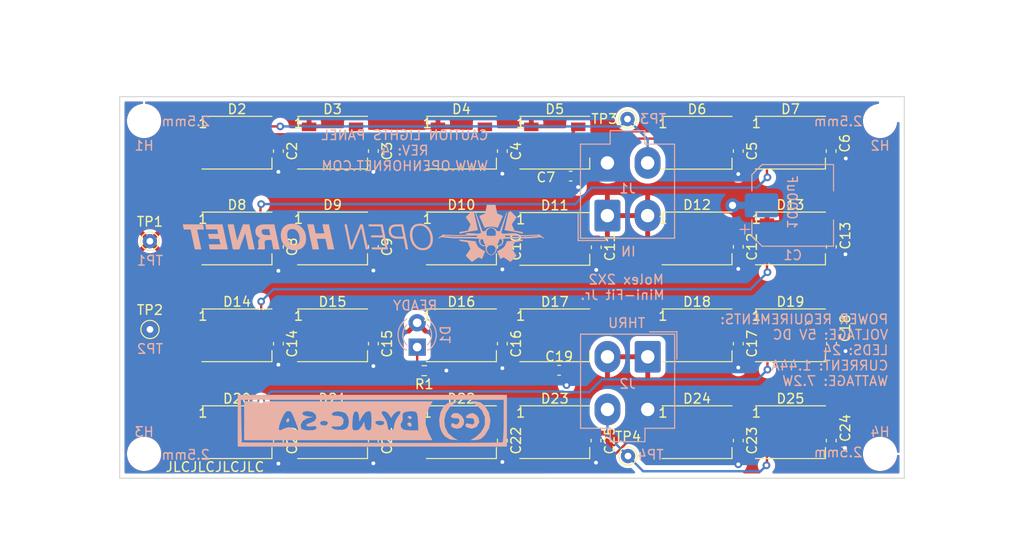
<source format=kicad_pcb>
(kicad_pcb (version 20221018) (generator pcbnew)
  (title_block (title "CAUTION LIGHTS PANEL") (date "2023-04-22") (rev "4") (company "www.openhornet.com") (comment 1 "License:  CC BY-NC-SA") (comment 2 "Backlighting - Type A"))
  (layers (0 "F.Cu" signal) (31 "B.Cu" signal) (34 "B.Paste" user) (35 "F.Paste" user) (36 "B.SilkS" user "B.Silkscreen") (37 "F.SilkS" user "F.Silkscreen") (38 "B.Mask" user) (39 "F.Mask" user) (44 "Edge.Cuts" user))
  (net 0 "")
  (net 1 "GND")
  (net 2 "+5V")
  (net 3 "DATA IN")
  (net 4 "/DATA1")
  (net 5 "/DATA2")
  (net 6 "/DATA3")
  (net 7 "Net-(D23-DOUT)")
  (net 8 "Net-(D24-DOUT)")
  (net 9 "DATA OUT")
  (net 10 "Net-(D1-K)")
  (net 11 "Net-(D2-DOUT)")
  (net 12 "Net-(D3-DOUT)")
  (net 13 "Net-(D4-DOUT)")
  (net 14 "Net-(D5-DOUT)")
  (net 15 "Net-(D6-DOUT)")
  (net 16 "Net-(D8-DOUT)")
  (net 17 "Net-(D10-DIN)")
  (net 18 "Net-(D10-DOUT)")
  (net 19 "Net-(D11-DOUT)")
  (net 20 "Net-(D12-DOUT)")
  (net 21 "Net-(D14-DOUT)")
  (net 22 "Net-(D15-DOUT)")
  (net 23 "Net-(D16-DOUT)")
  (net 24 "Net-(D17-DOUT)")
  (net 25 "Net-(D18-DOUT)")
  (net 26 "Net-(D20-DOUT)")
  (net 27 "Net-(D21-DOUT)")
  (net 28 "Net-(D22-DOUT)")
  (footprint "OH_Footprints:LED_WS2812B_PLCC4_5.0x5.0mm_P3.2mm" (layer "F.Cu") (at 118.888 74.87)
    (fp_text reference "D2")
    (fp_text value "RGB")
  )
  (footprint "OH_Footprints:LED_WS2812B_PLCC4_5.0x5.0mm_P3.2mm" (layer "F.Cu") (at 128.86 74.87)
    (fp_text reference "D3")
    (fp_text value "RGB")
  )
  (footprint "OH_Footprints:LED_WS2812B_PLCC4_5.0x5.0mm_P3.2mm" (layer "F.Cu") (at 142.309 74.87)
    (fp_text reference "D4")
    (fp_text value "RGB")
  )
  (footprint "OH_Footprints:LED_WS2812B_PLCC4_5.0x5.0mm_P3.2mm" (layer "F.Cu") (at 152.051 74.87)
    (fp_text reference "D5")
    (fp_text value "RGB")
  )
  (footprint "OH_Footprints:LED_WS2812B_PLCC4_5.0x5.0mm_P3.2mm" (layer "F.Cu") (at 166.895 74.8784)
    (fp_text reference "D6")
    (fp_text value "RGB")
  )
  (footprint "OH_Footprints:LED_WS2812B_PLCC4_5.0x5.0mm_P3.2mm" (layer "F.Cu") (at 176.645 74.87)
    (fp_text reference "D7")
    (fp_text value "RGB")
  )
  (footprint "OH_Footprints:LED_WS2812B_PLCC4_5.0x5.0mm_P3.2mm" (layer "F.Cu") (at 118.888 84.862)
    (fp_text reference "D8")
    (fp_text value "RGB")
  )
  (footprint "OH_Footprints:LED_WS2812B_PLCC4_5.0x5.0mm_P3.2mm" (layer "F.Cu") (at 128.86 84.862)
    (fp_text reference "D9")
    (fp_text value "RGB")
  )
  (footprint "OH_Footprints:LED_WS2812B_PLCC4_5.0x5.0mm_P3.2mm" (layer "F.Cu") (at 142.309 84.862)
    (fp_text reference "D10")
    (fp_text value "RGB")
  )
  (footprint "OH_Footprints:LED_WS2812B_PLCC4_5.0x5.0mm_P3.2mm" (layer "F.Cu") (at 152.051 84.912)
    (fp_text reference "D11")
    (fp_text value "RGB")
  )
  (footprint "OH_Footprints:LED_WS2812B_PLCC4_5.0x5.0mm_P3.2mm" (layer "F.Cu") (at 166.895 84.862)
    (fp_text reference "D12")
    (fp_text value "RGB")
  )
  (footprint "OH_Footprints:LED_WS2812B_PLCC4_5.0x5.0mm_P3.2mm" (layer "F.Cu") (at 118.888 94.9712)
    (fp_text reference "D14")
    (fp_text value "RGB")
  )
  (footprint "OH_Footprints:LED_WS2812B_PLCC4_5.0x5.0mm_P3.2mm" (layer "F.Cu") (at 128.86 94.9712)
    (fp_text reference "D15")
    (fp_text value "RGB")
  )
  (footprint "OH_Footprints:LED_WS2812B_PLCC4_5.0x5.0mm_P3.2mm" (layer "F.Cu") (at 142.309 94.9712)
    (fp_text reference "D16")
    (fp_text value "RGB")
  )
  (footprint "OH_Footprints:LED_WS2812B_PLCC4_5.0x5.0mm_P3.2mm" (layer "F.Cu") (at 152.051 94.9712)
    (fp_text reference "D17")
    (fp_text value "RGB")
  )
  (footprint "OH_Footprints:LED_WS2812B_PLCC4_5.0x5.0mm_P3.2mm" (layer "F.Cu") (at 166.895 94.9712)
    (fp_text reference "D18")
    (fp_text value "RGB")
  )
  (footprint "OH_Footprints:LED_WS2812B_PLCC4_5.0x5.0mm_P3.2mm" (layer "F.Cu") (at 176.645 94.9712)
    (fp_text reference "D19")
    (fp_text value "RGB")
  )
  (footprint "OH_Footprints:LED_WS2812B_PLCC4_5.0x5.0mm_P3.2mm" (layer "F.Cu") (at 118.888 105.08)
    (fp_text reference "D20")
    (fp_text value "RGB")
  )
  (footprint "OH_Footprints:LED_WS2812B_PLCC4_5.0x5.0mm_P3.2mm" (layer "F.Cu") (at 128.86 105.08)
    (fp_text reference "D21")
    (fp_text value "RGB")
  )
  (footprint "OH_Footprints:LED_WS2812B_PLCC4_5.0x5.0mm_P3.2mm" (layer "F.Cu") (at 142.309 105.08)
    (fp_text reference "D22")
    (fp_text value "RGB")
  )
  (footprint "OH_Footprints:LED_WS2812B_PLCC4_5.0x5.0mm_P3.2mm" (layer "F.Cu") (at 152.051 105.08)
    (fp_text reference "D23")
    (fp_text value "RGB")
  )
  (footprint "OH_Footprints:LED_WS2812B_PLCC4_5.0x5.0mm_P3.2mm" (layer "F.Cu") (at 166.895 105.08)
    (fp_text reference "D24")
    (fp_text value "RGB")
  )
  (footprint "OH_Footprints:LED_WS2812B_PLCC4_5.0x5.0mm_P3.2mm" (layer "F.Cu") (at 176.645 105.08)
    (fp_text reference "D25")
    (fp_text value "RGB")
  )
  (footprint "OH_Footprints:C_0603_1608Metric" (layer "F.Cu") (at 133.12 75.745 -90)
    (fp_text reference "C3")
    (fp_text value "0.1uF")
  )
  (footprint "OH_Footprints:C_0603_1608Metric" (layer "F.Cu") (at 146.58 75.745 -90)
    (fp_text reference "C4")
    (fp_text value "0.1uF")
  )
  (footprint "OH_Footprints:C_0603_1608Metric" (layer "F.Cu") (at 153.7125 78.36)
    (fp_text reference "C7")
    (fp_text value "0.1uF")
  )
  (footprint "OH_Footprints:C_0603_1608Metric" (layer "F.Cu") (at 171.2 75.745 -90)
    (fp_text reference "C5")
    (fp_text value "0.1uF")
  )
  (footprint "OH_Footprints:C_0603_1608Metric" (layer "F.Cu") (at 180.89 75.745 -90)
    (fp_text reference "C6")
    (fp_text value "0.1uF")
  )
  (footprint "OH_Footprints:C_0603_1608Metric" (layer "F.Cu") (at 123.21 85.737 -90)
    (fp_text reference "C8")
    (fp_text value "0.1uF")
  )
  (footprint "OH_Footprints:C_0603_1608Metric" (layer "F.Cu") (at 133.12 85.737 -90)
    (fp_text reference "C9")
    (fp_text value "0.1uF")
  )
  (footprint "OH_Footprints:C_0603_1608Metric" (layer "F.Cu") (at 146.58 85.737 -90)
    (fp_text reference "C10")
    (fp_text value "0.1uF")
  )
  (footprint "OH_Footprints:C_0603_1608Metric" (layer "F.Cu") (at 156.38 85.787 -90)
    (fp_text reference "C11")
    (fp_text value "0.1uF")
  )
  (footprint "OH_Footprints:C_0603_1608Metric" (layer "F.Cu") (at 171.2 85.737 -90)
    (fp_text reference "C12")
    (fp_text value "0.1uF")
  )
  (footprint "OH_Footprints:C_0603_1608Metric" (layer "F.Cu") (at 180.91 85.737 -90)
    (fp_text reference "C13")
    (fp_text value "0.1uF")
  )
  (footprint "OH_Footprints:C_0603_1608Metric" (layer "F.Cu") (at 123.21 95.8462 -90)
    (fp_text reference "C14")
    (fp_text value "0.1uF")
  )
  (footprint "OH_Footprints:C_0603_1608Metric" (layer "F.Cu") (at 133.12 95.8462 -90)
    (fp_text reference "C15")
    (fp_text value "0.1uF")
  )
  (footprint "OH_Footprints:C_0603_1608Metric" (layer "F.Cu") (at 146.58 95.8462 -90)
    (fp_text reference "C16")
    (fp_text value "0.1uF")
  )
  (footprint "OH_Footprints:C_0603_1608Metric" (layer "F.Cu") (at 152.5025 98.62)
    (fp_text reference "C19")
    (fp_text value "0.1uF")
  )
  (footprint "OH_Footprints:C_0603_1608Metric" (layer "F.Cu") (at 171.2 95.8462 -90)
    (fp_text reference "C17")
    (fp_text value "0.1uF")
  )
  (footprint "OH_Footprints:C_0603_1608Metric" (layer "F.Cu") (at 180.93 95.8462 -90)
    (fp_text reference "C18")
    (fp_text value "0.1uF")
  )
  (footprint "OH_Footprints:C_0603_1608Metric" (layer "F.Cu") (at 123.21 105.955 -90)
    (fp_text reference "C20")
    (fp_text value "0.1uF")
  )
  (footprint "OH_Footprints:C_0603_1608Metric" (layer "F.Cu") (at 146.58 105.955 -90)
    (fp_text reference "C22")
    (fp_text value "0.1uF")
  )
  (footprint "OH_Footprints:C_0603_1608Metric" (layer "F.Cu") (at 156.35 105.955 -90)
    (fp_text reference "C25")
    (fp_text value "0.1uF")
  )
  (footprint "OH_Footprints:C_0603_1608Metric" (layer "F.Cu") (at 171.2 105.955 -90)
    (fp_text reference "C23")
    (fp_text value "0.1uF")
  )
  (footprint "OH_Footprints:C_0603_1608Metric" (layer "F.Cu") (at 180.9 105.955 -90)
    (fp_text reference "C24")
    (fp_text value "0.1uF")
  )
  (footprint "OH_Footprints:R_0603_1608Metric" (layer "F.Cu") (at 138.4325 98.66)
    (fp_text reference "R1")
    (fp_text value "470")
  )
  (footprint "OH_Footprints:C_0603_1608Metric" (layer "F.Cu") (at 123.21 75.745 -90)
    (fp_text reference "C2")
    (fp_text value "0.1uF")
  )
  (footprint "OH_Footprints:C_0603_1608Metric" (layer "F.Cu") (at 133.12 105.955 -90)
    (fp_text reference "C21")
    (fp_text value "0.1uF")
  )
  (footprint "OH_Footprints:LED_WS2812B_PLCC4_5.0x5.0mm_P3.2mm" (layer "F.Cu") (at 176.645 84.862)
    (fp_text reference "D13")
    (fp_text value "RGB")
  )
  (footprint "OH_Footprints:TestPoint_THTPad_D1.5mm_Drill0.7mm" (layer "F.Cu") (at 159.69 107.57)
    (fp_text reference "TP4")
    (fp_text value "TestPoint" hide)
  )
  (footprint "OH_Footprints:TestPoint_THTPad_D1.5mm_Drill0.7mm" (layer "F.Cu") (at 159.64 72.4)
    (fp_text reference "TP3")
    (fp_text value "TestPoint" hide)
  )
  (footprint "OH_Footprints:TestPoint_THTPad_D1.5mm_Drill0.7mm" (layer "F.Cu") (at 109.81 94.36)
    (fp_text reference "TP2")
    (fp_text value "TestPoint" hide)
  )
  (footprint "OH_Footprints:TestPoint_THTPad_D1.5mm_Drill0.7mm" (layer "F.Cu") (at 109.8 85.15)
    (fp_text reference "TP1")
    (fp_text value "TestPoint" hide)
  )
  (footprint "OH_Footprints:CP_Elec_8x10" (layer "B.Cu") (at 176.88 81.41)
    (fp_text reference "C1")
    (fp_text value "1000uF")
  )
  (footprint "OH_Footprints:Molex_Mini-Fit_Jr_5566-04A_2x02_P4.20mm_Vertical" (layer "B.Cu") (at 157.54 82.48)
    (fp_text reference "J1")
    (fp_text value "Molex 2x02 Mini-Fit Jr.")
  )
  (footprint "OH_Footprints:Molex_Mini-Fit_Jr_5566-04A_2x02_P4.20mm_Vertical" (layer "B.Cu") (at 161.75 97.21 180)
    (fp_text reference "J2")
    (fp_text value "Molex 2x02 Mini-Fit Jr.")
  )
  (footprint "OH_Footprints:LED_D3.0mm" (layer "B.Cu") (at 137.69 96.2 90)
    (fp_text reference "D1")
    (fp_text value "Green")
  )
  (footprint "OH_Footprints:MountingHole_2.5mm" (layer "B.Cu") (at 109.195 107.34 180)
    (fp_text reference "H3")
    (fp_text value "2.5mm")
  )
  (footprint "OH_Footprints:LOGO_CC-BY-NC-SA_Half_Large" (layer "B.Cu") (at 133.096 103.886 180)
    (fp_text reference "LOGO2" hide)
    (fp_text value "LOGO" hide)
  )
  (footprint "OH_Footprints:MountingHole_2.5mm" (layer "B.Cu") (at 185.995 72.6004 180)
    (fp_text reference "H2")
    (fp_text value "2.5mm")
  )
  (footprint "OH_Footprints:MountingHole_2.5mm" (layer "B.Cu") (at 185.995 107.34 180)
    (fp_text reference "H4")
    (fp_text value "2.5mm")
  )
  (footprint "OH_Footprints:LOGO_OH_Text_Small" (layer "B.Cu") (at 132.08 84.328 180)
    (fp_text reference "LOGO1" hide)
    (fp_text value "LOGO" hide)
  )
  (footprint "OH_Footprints:MountingHole_2.5mm" (layer "B.Cu") (at 109.195 72.6004 180)
    (fp_text reference "H1")
    (fp_text value "2.5mm")
  )
  (gr_line (start 106.6486 109.8846) (end 188.5246 109.8846) (stroke (width 0.1)) (layer "Edge.Cuts"))
  (gr_line (start 106.6486 70.0686) (end 106.6486 109.8846) (stroke (width 0.1)) (layer "Edge.Cuts"))
  (gr_line (start 188.5246 70.0686) (end 106.6486 70.0686) (stroke (width 0.1)) (layer "Edge.Cuts"))
  (gr_line (start 188.5246 109.8846) (end 188.5246 70.0686) (stroke (width 0.1)) (layer "Edge.Cuts"))
  (gr_text "POWER REQUIREMENTS:\nVOLTAGE: 5V DC\nLEDS: 24\nCURRENT: 1.44A\nWATTAGE: 7.2W" (at 186.944 96.52) (layer "B.SilkS") (effects (font (size 1 1)) (justify left mirror)))
  (gr_text "1000uF" (at 176.81 81.06 270) (layer "B.SilkS") (effects (font (size 1 1)) (justify mirror)))
  (gr_text "Molex 2X2 \nMini-Fit Jr." (at 159.12 89.96) (layer "B.SilkS") (effects (font (size 1 1)) (justify mirror)))
  (gr_text "THRU" (at 159.55 93.69) (layer "B.SilkS") (effects (font (size 1 1)) (justify mirror)))
  (gr_text "CAUTION LIGHTS PANEL\nREV: 4\nWWW.OPENHORNET.COM" (at 136.398 75.692) (layer "B.SilkS") (effects (font (size 1 1)) (justify mirror)))
  (gr_text "IN" (at 159.73 86.23) (layer "B.SilkS") (effects (font (size 1 1)) (justify mirror)))
  (gr_text "READY" (at 137.48 91.86) (layer "B.SilkS") (effects (font (size 1 1)) (justify mirror)))
  (gr_text "JLCJLCJLCJLC" (at 116.586 108.712) (layer "F.SilkS") (effects (font (size 1 1))))
  (segment (start 169.345 76.527) (end 169.418 76.454) (width 0.25) (layer "F.Cu") (net 1))
  (segment (start 123.21 106.73) (end 123.21 108.36) (width 0.25) (layer "F.Cu") (net 1))
  (segment (start 154.501 106.73) (end 156.35 106.73) (width 0.25) (layer "F.Cu") (net 1))
  (segment (start 154.501 86.562) (end 156.38 86.562) (width 0.25) (layer "F.Cu") (net 1))
  (segment (start 179.095 86.512) (end 180.91 86.512) (width 0.25) (layer "F.Cu") (net 1))
  (segment (start 169.345 96.6212) (end 171.2 96.6212) (width 0.25) (layer "F.Cu") (net 1))
  (segment (start 140.73 98.66) (end 140.74 98.65) (width 0.25) (layer "F.Cu") (net 1))
  (segment (start 121.338 106.73) (end 123.21 106.73) (width 0.25) (layer "F.Cu") (net 1))
  (segment (start 156.35 106.73) (end 156.35 108.26) (width 0.25) (layer "F.Cu") (net 1))
  (segment (start 131.31 106.73) (end 133.12 106.73) (width 0.25) (layer "F.Cu") (net 1))
  (segment (start 179.095 96.6212) (end 180.93 96.6212) (width 0.25) (layer "F.Cu") (net 1))
  (segment (start 144.759 96.6212) (end 146.58 96.6212) (width 0.25) (layer "F.Cu") (net 1))
  (segment (start 180.89 76.52) (end 182.42 76.52) (width 0.25) (layer "F.Cu") (net 1))
  (segment (start 123.21 86.512) (end 123.21 88.24) (width 0.25) (layer "F.Cu") (net 1))
  (segment (start 180.9 106.73) (end 182.32 106.73) (width 0.25) (layer "F.Cu") (net 1))
  (segment (start 154.501 76.52) (end 154.501 78.3465) (width 0.25) (layer "F.Cu") (net 1))
  (segment (start 171.2 88.04) (end 171.2 86.512) (width 0.25) (layer "F.Cu") (net 1))
  (segment (start 169.345 106.73) (end 171.2 106.73) (width 0.25) (layer "F.Cu") (net 1))
  (segment (start 144.759 86.512) (end 146.58 86.512) (width 0.25) (layer "F.Cu") (net 1))
  (segment (start 154.501 97.3965) (end 153.2775 98.62) (width 0.25) (layer "F.Cu") (net 1))
  (segment (start 154.501 96.6212) (end 154.501 97.3965) (width 0.25) (layer "F.Cu") (net 1))
  (segment (start 131.31 86.512) (end 133.12 86.512) (width 0.25) (layer "F.Cu") (net 1))
  (segment (start 171.134 76.454) (end 171.2 76.52) (width 0.25) (layer "F.Cu") (net 1))
  (segment (start 133.12 96.6212) (end 133.12 98.18) (width 0.25) (layer "F.Cu") (net 1))
  (segment (start 146.58 106.73) (end 146.58 108.19) (width 0.25) (layer "F.Cu") (net 1))
  (segment (start 123.21 96.6212) (end 123.21 98.04) (width 0.25) (layer "F.Cu") (net 1))
  (segment (start 123.21 77.91) (end 123.21 76.52) (width 0.25) (layer "F.Cu") (net 1))
  (segment (start 180.91 86.512) (end 182.38 86.512) (width 0.25) (layer "F.Cu") (net 1))
  (segment (start 180.93 96.6212) (end 182.39 96.6212) (width 0.25) (layer "F.Cu") (net 1))
  (segment (start 171.2 106.73) (end 171.2 108.43) (width 0.25) (layer "F.Cu") (net 1))
  (segment (start 139.2575 98.66) (end 140.73 98.66) (width 0.25) (layer "F.Cu") (net 1))
  (segment (start 153.2775 98.62) (end 153.2775 100.17) (width 0.25) (layer "F.Cu") (net 1))
  (segment (start 133.12 86.512) (end 133.12 88.21) (width 0.25) (layer "F.Cu") (net 1))
  (segment (start 171.2 76.52) (end 171.2 78.14) (width 0.25) (layer "F.Cu") (net 1))
  (segment (start 154.501 78.3465) (end 154.4875 78.36) (width 0.25) (layer "F.Cu") (net 1))
  (segment (start 169.345 76.5284) (end 169.345 76.527) (width 0.25) (layer "F.Cu") (net 1))
  (segment (start 169.345 86.512) (end 171.2 86.512) (width 0.25) (layer "F.Cu") (net 1))
  (segment (start 131.31 96.6212) (end 133.12 96.6212) (width 0.25) (layer "F.Cu") (net 1))
  (segment (start 144.759 106.73) (end 146.58 106.73) (width 0.25) (layer "F.Cu") (net 1))
  (segment (start 133.12 76.52) (end 133.12 77.92) (width 0.25) (layer "F.Cu") (net 1))
  (segment (start 121.338 86.512) (end 123.21 86.512) (width 0.25) (layer "F.Cu") (net 1))
  (segment (start 154.4875 78.36) (end 154.4875 79.502) (width 0.25) (layer "F.Cu") (net 1))
  (segment (start 131.31 76.52) (end 133.12 76.52) (width 0.25) (layer "F.Cu") (net 1))
  (segment (start 179.095 106.73) (end 180.9 106.73) (width 0.25) (layer "F.Cu") (net 1))
  (segment (start 171.2 96.6212) (end 171.2 98.34) (width 0.25) (layer "F.Cu") (net 1))
  (segment (start 156.38 86.562) (end 156.38 88.15) (width 0.25) (layer "F.Cu") (net 1))
  (segment (start 121.338 96.6212) (end 123.21 96.6212) (width 0.25) (layer "F.Cu") (net 1))
  (segment (start 121.338 76.52) (end 123.21 76.52) (width 0.25) (layer "F.Cu") (net 1))
  (segment (start 169.418 76.454) (end 171.134 76.454) (width 0.25) (layer "F.Cu") (net 1))
  (segment (start 144.759 76.52) (end 146.58 76.52) (width 0.25) (layer "F.Cu") (net 1))
  (segment (start 146.58 86.512) (end 146.58 88.09) (width 0.25) (layer "F.Cu") (net 1))
  (segment (start 179.095 76.52) (end 180.89 76.52) (width 0.25) (layer "F.Cu") (net 1))
  (segment (start 146.58 76.52) (end 146.58 78.11) (width 0.25) (layer "F.Cu") (net 1))
  (segment (start 133.12 106.73) (end 133.12 108.33) (width 0.25) (layer "F.Cu") (net 1))
  (segment (start 146.58 96.6212) (end 146.58 98.4) (width 0.25) (layer "F.Cu") (net 1))
  (via (at 146.58 108.19) (size 0.8) (drill 0.4) (layers "F.Cu" "B.Cu") (net 1))
  (via (at 123.21 98.04) (size 0.8) (drill 0.4) (layers "F.Cu" "B.Cu") (net 1))
  (via (at 123.21 88.24) (size 0.8) (drill 0.4) (layers "F.Cu" "B.Cu") (net 1))
  (via (at 133.12 88.21) (size 0.8) (drill 0.4) (layers "F.Cu" "B.Cu") (net 1))
  (via (at 171.2 108.43) (size 0.8) (drill 0.4) (layers "F.Cu" "B.Cu") (net 1))
  (via (at 133.12 108.33) (size 0.8) (drill 0.4) (layers "F.Cu" "B.Cu") (net 1))
  (via (at 123.21 108.36) (size 0.8) (drill 0.4) (layers "F.Cu" "B.Cu") (net 1))
  (via (at 182.39 96.6212) (size 0.8) (drill 0.4) (layers "F.Cu" "B.Cu") (net 1))
  (via (at 133.12 98.18) (size 0.8) (drill 0.4) (layers "F.Cu" "B.Cu") (net 1))
  (via (at 146.58 78.11) (size 0.8) (drill 0.4) (layers "F.Cu" "B.Cu") (net 1))
  (via (at 182.38 86.512) (size 0.8) (drill 0.4) (layers "F.Cu" "B.Cu") (net 1))
  (via (at 154.4875 79.502) (size 0.8) (drill 0.4) (layers "F.Cu" "B.Cu") (net 1))
  (via (at 140.74 98.65) (size 0.8) (drill 0.4) (layers "F.Cu" "B.Cu") (net 1))
  (via (at 156.35 108.26) (size 0.8) (drill 0.4) (layers "F.Cu" "B.Cu") (net 1))
  (via (at 182.42 76.52) (size 0.8) (drill 0.4) (layers "F.Cu" "B.Cu") (net 1))
  (via (at 171.2 78.14) (size 0.8) (drill 0.4) (layers "F.Cu" "B.Cu") (net 1))
  (via (at 171.2 88.04) (size 0.8) (drill 0.4) (layers "F.Cu" "B.Cu") (net 1))
  (via (at 123.21 77.91) (size 0.8) (drill 0.4) (layers "F.Cu" "B.Cu") (net 1))
  (via (at 146.58 98.4) (size 0.8) (drill 0.4) (layers "F.Cu" "B.Cu") (net 1))
  (via (at 133.12 77.92) (size 0.8) (drill 0.4) (layers "F.Cu" "B.Cu") (net 1))
  (via (at 153.2775 100.17) (size 0.8) (drill 0.4) (layers "F.Cu" "B.Cu") (net 1))
  (via (at 156.38 88.15) (size 0.8) (drill 0.4) (layers "F.Cu" "B.Cu") (net 1))
  (via (at 171.2 98.34) (size 0.8) (drill 0.4) (layers "F.Cu" "B.Cu") (net 1))
  (via (at 146.58 88.09) (size 0.8) (drill 0.4) (layers "F.Cu" "B.Cu") (net 1))
  (via (at 182.32 106.73) (size 0.8) (drill 0.4) (layers "F.Cu" "B.Cu") (net 1))
  (via (at 170.6 81.41) (size 1.5) (drill 0.75) (layers "F.Cu" "B.Cu") (net 2))
  (segment (start 170.6 81.41) (end 173.63 81.41) (width 0.75) (layer "B.Cu") (net 2))
  (segment (start 123.4 73.17) (end 121.388 73.17) (width 0.25) (layer "F.Cu") (net 3))
  (segment (start 121.388 73.17) (end 121.338 73.22) (width 0.25) (layer "F.Cu") (net 3))
  (via (at 123.4 73.17) (size 0.8) (drill 0.4) (layers "F.Cu" "B.Cu") (net 3))
  (segment (start 161.74 74.5) (end 159.64 72.4) (width 0.25) (layer "B.Cu") (net 3))
  (segment (start 158.87 73.17) (end 123.4 73.17) (width 0.25) (layer "B.Cu") (net 3))
  (segment (start 159.64 72.4) (end 158.87 73.17) (width 0.25) (layer "B.Cu") (net 3))
  (segment (start 161.74 76.98) (end 161.74 74.5) (width 0.25) (layer "B.Cu") (net 3))
  (segment (start 121.338 81.354) (end 121.412 81.28) (width 0.25) (layer "F.Cu") (net 4))
  (segment (start 121.338 83.212) (end 121.338 81.354) (width 0.25) (layer "F.Cu") (net 4))
  (segment (start 174.195 78.437) (end 174.244 78.486) (width 0.25) (layer "F.Cu") (net 4))
  (segment (start 174.195 76.52) (end 174.195 78.437) (width 0.25) (layer "F.Cu") (net 4))
  (via (at 174.244 78.486) (size 0.8) (drill 0.4) (layers "F.Cu" "B.Cu") (net 4))
  (via (at 121.412 81.28) (size 0.8) (drill 0.4) (layers "F.Cu" "B.Cu") (net 4))
  (segment (start 154.178 81.28) (end 155.893 79.565) (width 0.25) (layer "B.Cu") (net 4))
  (segment (start 121.412 81.28) (end 154.178 81.28) (width 0.25) (layer "B.Cu") (net 4))
  (segment (start 173.165 79.565) (end 174.244 78.486) (width 0.25) (layer "B.Cu") (net 4))
  (segment (start 155.893 79.565) (end 173.165 79.565) (width 0.25) (layer "B.Cu") (net 4))
  (segment (start 174.195 88.343) (end 174.244 88.392) (width 0.25) (layer "F.Cu") (net 5))
  (segment (start 121.412 91.44) (end 121.412 93.2472) (width 0.25) (layer "F.Cu") (net 5))
  (segment (start 121.412 93.2472) (end 121.338 93.3212) (width 0.25) (layer "F.Cu") (net 5))
  (segment (start 174.195 86.512) (end 174.195 88.343) (width 0.25) (layer "F.Cu") (net 5))
  (via (at 121.412 91.44) (size 0.8) (drill 0.4) (layers "F.Cu" "B.Cu") (net 5))
  (via (at 174.244 88.392) (size 0.8) (drill 0.4) (layers "F.Cu" "B.Cu") (net 5))
  (segment (start 122.682 90.17) (end 121.412 91.44) (width 0.25) (layer "B.Cu") (net 5))
  (segment (start 174.244 88.392) (end 172.466 90.17) (width 0.25) (layer "B.Cu") (net 5))
  (segment (start 172.466 90.17) (end 122.682 90.17) (width 0.25) (layer "B.Cu") (net 5))
  (segment (start 121.338 103.43) (end 121.338 101.928) (width 0.25) (layer "F.Cu") (net 6))
  (segment (start 174.244 98.552) (end 174.244 96.6702) (width 0.25) (layer "F.Cu") (net 6))
  (segment (start 121.338 101.928) (end 121.412 101.854) (width 0.25) (layer "F.Cu") (net 6))
  (segment (start 174.244 96.6702) (end 174.195 96.6212) (width 0.25) (layer "F.Cu") (net 6))
  (via (at 174.244 98.552) (size 0.8) (drill 0.4) (layers "F.Cu" "B.Cu") (net 6))
  (via (at 121.412 101.854) (size 0.8) (drill 0.4) (layers "F.Cu" "B.Cu") (net 6))
  (segment (start 155.645 100.895) (end 152.977195 100.895) (width 0.25) (layer "B.Cu") (net 6))
  (segment (start 156.972 99.568) (end 155.645 100.895) (width 0.25) (layer "B.Cu") (net 6))
  (segment (start 173.228 99.568) (end 156.972 99.568) (width 0.25) (layer "B.Cu") (net 6))
  (segment (start 174.244 98.552) (end 173.228 99.568) (width 0.25) (layer "B.Cu") (net 6))
  (segment (start 152.977195 100.895) (end 152.920195 100.838) (width 0.25) (layer "B.Cu") (net 6))
  (segment (start 122.428 100.838) (end 121.412 101.854) (width 0.25) (layer "B.Cu") (net 6))
  (segment (start 152.920195 100.838) (end 122.428 100.838) (width 0.25) (layer "B.Cu") (net 6))
  (segment (start 160.32972 105.41) (end 167.365 105.41) (width 0.25) (layer "F.Cu") (net 7))
  (segment (start 167.365 105.41) (end 169.345 103.43) (width 0.25) (layer "F.Cu") (net 7))
  (segment (start 151.856 108.985) (end 156.75472 108.985) (width 0.25) (layer "F.Cu") (net 7))
  (segment (start 149.601 106.73) (end 151.856 108.985) (width 0.25) (layer "F.Cu") (net 7))
  (segment (start 156.75472 108.985) (end 160.32972 105.41) (width 0.25) (layer "F.Cu") (net 7))
  (segment (start 165.22 105.955) (end 167.456396 105.955) (width 0.25) (layer "F.Cu") (net 8))
  (segment (start 170.112302 104.447698) (end 170.355 104.205) (width 0.25) (layer "F.Cu") (net 8))
  (segment (start 164.445 106.73) (end 165.22 105.955) (width 0.25) (layer "F.Cu") (net 8))
  (segment (start 168.963698 104.447698) (end 170.112302 104.447698) (width 0.25) (layer "F.Cu") (net 8))
  (segment (start 167.456396 105.955) (end 168.963698 104.447698) (width 0.25) (layer "F.Cu") (net 8))
  (segment (start 170.355 104.205) (end 178.32 104.205) (width 0.25) (layer "F.Cu") (net 8))
  (segment (start 178.32 104.205) (end 179.095 103.43) (width 0.25) (layer "F.Cu") (net 8))
  (segment (start 174.195 106.73) (end 174.195 108.485) (width 0.25) (layer "F.Cu") (net 9))
  (segment (start 174.195 108.485) (end 174.14 108.54) (width 0.25) (layer "F.Cu") (net 9))
  (via (at 174.14 108.54) (size 0.8) (drill 0.4) (layers "F.Cu" "B.Cu") (net 9))
  (segment (start 159.69 107.57) (end 157.55 105.43) (width 0.25) (layer "B.Cu") (net 9))
  (segment (start 161.275 109.155) (end 159.69 107.57) (width 0.25) (layer "B.Cu") (net 9))
  (segment (start 157.55 105.43) (end 157.55 102.71) (width 0.25) (layer "B.Cu") (net 9))
  (segment (start 173.525 109.155) (end 161.275 109.155) (width 0.25) (layer "B.Cu") (net 9))
  (segment (start 174.14 108.54) (end 173.525 109.155) (width 0.25) (layer "B.Cu") (net 9))
  (segment (start 137.69 96.2) (end 137.69 98.5775) (width 0.25) (layer "F.Cu") (net 10))
  (segment (start 137.69 98.5775) (end 137.6075 98.66) (width 0.25) (layer "F.Cu") (net 10))
  (segment (start 118.963 73.995) (end 130.535 73.995) (width 0.25) (layer "F.Cu") (net 11))
  (segment (start 116.438 76.52) (end 118.963 73.995) (width 0.25) (layer "F.Cu") (net 11))
  (segment (start 130.535 73.995) (end 131.31 73.22) (width 0.25) (layer "F.Cu") (net 11))
  (segment (start 126.41 74.445) (end 130.721396 74.445) (width 0.25) (layer "F.Cu") (net 12))
  (segment (start 130.998396 74.168) (end 143.811 74.168) (width 0.25) (layer "F.Cu") (net 12))
  (segment (start 126.41 76.52) (end 126.41 74.445) (width 0.25) (layer "F.Cu") (net 12))
  (segment (start 130.721396 74.445) (end 130.998396 74.168) (width 0.25) (layer "F.Cu") (net 12))
  (segment (start 143.811 74.168) (end 144.759 73.22) (width 0.25) (layer "F.Cu") (net 12))
  (segment (start 139.859 74.618) (end 143.997396 74.618) (width 0.25) (layer "F.Cu") (net 13))
  (segment (start 144.620396 73.995) (end 153.726 73.995) (width 0.25) (layer "F.Cu") (net 13))
  (segment (start 143.997396 74.618) (end 144.620396 73.995) (width 0.25) (layer "F.Cu") (net 13))
  (segment (start 153.726 73.995) (end 154.501 73.22) (width 0.25) (layer "F.Cu") (net 13))
  (segment (start 139.859 76.52) (end 139.859 74.618) (width 0.25) (layer "F.Cu") (net 13))
  (segment (start 149.601 76.52) (end 149.601 74.445) (width 0.25) (layer "F.Cu") (net 14))
  (segment (start 149.601 74.445) (end 168.1284 74.445) (width 0.25) (layer "F.Cu") (net 14))
  (segment (start 168.1284 74.445) (end 169.345 73.2284) (width 0.25) (layer "F.Cu") (net 14))
  (segment (start 168.314796 74.895) (end 169.041796 74.168) (width 0.25) (layer "F.Cu") (net 15))
  (segment (start 164.445 74.895) (end 168.314796 74.895) (width 0.25) (layer "F.Cu") (net 15))
  (segment (start 178.147 74.168) (end 179.095 73.22) (width 0.25) (layer "F.Cu") (net 15))
  (segment (start 169.041796 74.168) (end 178.147 74.168) (width 0.25) (layer "F.Cu") (net 15))
  (segment (start 164.445 76.5284) (end 164.445 74.895) (width 0.25) (layer "F.Cu") (net 15))
  (segment (start 118.763 84.187) (end 130.335 84.187) (width 0.25) (layer "F.Cu") (net 16))
  (segment (start 116.438 86.512) (end 118.763 84.187) (width 0.25) (layer "F.Cu") (net 16))
  (segment (start 130.335 84.187) (end 131.31 83.212) (width 0.25) (layer "F.Cu") (net 16))
  (segment (start 129.388 86.512) (end 131.913 83.987) (width 0.25) (layer "F.Cu") (net 17))
  (segment (start 143.984 83.987) (end 144.759 83.212) (width 0.25) (layer "F.Cu") (net 17))
  (segment (start 131.913 83.987) (end 143.984 83.987) (width 0.25) (layer "F.Cu") (net 17))
  (segment (start 126.41 86.512) (end 129.388 86.512) (width 0.25) (layer "F.Cu") (net 17))
  (segment (start 153.726 84.037) (end 154.501 83.262) (width 0.25) (layer "F.Cu") (net 18))
  (segment (start 142.095396 86.512) (end 144.570396 84.037) (width 0.25) (layer "F.Cu") (net 18))
  (segment (start 139.859 86.512) (end 142.095396 86.512) (width 0.25) (layer "F.Cu") (net 18))
  (segment (start 144.570396 84.037) (end 153.726 84.037) (width 0.25) (layer "F.Cu") (net 18))
  (segment (start 165.187 83.987) (end 168.57 83.987) (width 0.25) (layer "F.Cu") (net 19))
  (segment (start 168.57 83.987) (end 169.345 83.212) (width 0.25) (layer "F.Cu") (net 19))
  (segment (start 151.914 88.875) (end 160.299 88.875) (width 0.25) (layer "F.Cu") (net 19))
  (segment (start 160.299 88.875) (end 165.187 83.987) (width 0.25) (layer "F.Cu") (net 19))
  (segment (start 149.601 86.562) (end 151.914 88.875) (width 0.25) (layer "F.Cu") (net 19))
  (segment (start 168.756396 84.437) (end 169.206396 83.987) (width 0.25) (layer "F.Cu") (net 20))
  (segment (start 164.445 86.512) (end 166.52 84.437) (width 0.25) (layer "F.Cu") (net 20))
  (segment (start 169.206396 83.987) (end 178.32 83.987) (width 0.25) (layer "F.Cu") (net 20))
  (segment (start 166.52 84.437) (end 168.756396 84.437) (width 0.25) (layer "F.Cu") (net 20))
  (segment (start 178.32 83.987) (end 179.095 83.212) (width 0.25) (layer "F.Cu") (net 20))
  (segment (start 130.535 94.0962) (end 131.31 93.3212) (width 0.25) (layer "F.Cu") (net 21))
  (segment (start 116.438 96.6212) (end 118.963 94.0962) (width 0.25) (layer "F.Cu") (net 21))
  (segment (start 118.963 94.0962) (end 130.535 94.0962) (width 0.25) (layer "F.Cu") (net 21))
  (segment (start 130.721396 94.5462) (end 131.171396 94.0962) (width 0.25) (layer "F.Cu") (net 22))
  (segment (start 126.41 96.6212) (end 128.485 94.5462) (width 0.25) (layer "F.Cu") (net 22))
  (segment (start 131.171396 94.0962) (end 132.2178 94.0962) (width 0.25) (layer "F.Cu") (net 22))
  (segment (start 134.112 92.202) (end 143.6398 92.202) (width 0.25) (layer "F.Cu") (net 22))
  (segment (start 143.6398 92.202) (end 144.759 93.3212) (width 0.25) (layer "F.Cu") (net 22))
  (segment (start 132.2178 94.0962) (end 134.112 92.202) (width 0.25) (layer "F.Cu") (net 22))
  (segment (start 128.485 94.5462) (end 130.721396 94.5462) (width 0.25) (layer "F.Cu") (net 22))
  (segment (start 153.726 94.0962) (end 154.501 93.3212) (width 0.25) (layer "F.Cu") (net 23))
  (segment (start 139.859 96.6212) (end 142.384 94.0962) (width 0.25) (layer "F.Cu") (net 23))
  (segment (start 142.384 94.0962) (end 153.726 94.0962) (width 0.25) (layer "F.Cu") (net 23))
  (segment (start 168.12 94.5462) (end 169.345 93.3212) (width 0.25) (layer "F.Cu") (net 24))
  (segment (start 149.601 96.6212) (end 151.676 94.5462) (width 0.25) (layer "F.Cu") (net 24))
  (segment (start 151.676 94.5462) (end 168.12 94.5462) (width 0.25) (layer "F.Cu") (net 24))
  (segment (start 169.418 94.234) (end 178.1822 94.234) (width 0.25) (layer "F.Cu") (net 25))
  (segment (start 164.445 96.6212) (end 166.07 94.9962) (width 0.25) (layer "F.Cu") (net 25))
  (segment (start 178.1822 94.234) (end 179.095 93.3212) (width 0.25) (layer "F.Cu") (net 25))
  (segment (start 166.07 94.9962) (end 168.6558 94.9962) (width 0.25) (layer "F.Cu") (net 25))
  (segment (start 168.6558 94.9962) (end 169.418 94.234) (width 0.25) (layer "F.Cu") (net 25))
  (segment (start 130.335 104.405) (end 131.31 103.43) (width 0.25) (layer "F.Cu") (net 26))
  (segment (start 118.763 104.405) (end 130.335 104.405) (width 0.25) (layer "F.Cu") (net 26))
  (segment (start 116.438 106.73) (end 118.763 104.405) (width 0.25) (layer "F.Cu") (net 26))
  (segment (start 143.984 104.205) (end 144.759 103.43) (width 0.25) (layer "F.Cu") (net 27))
  (segment (start 131.171396 104.205) (end 143.984 104.205) (width 0.25) (layer "F.Cu") (net 27))
  (segment (start 128.646396 106.73) (end 131.171396 104.205) (width 0.25) (layer "F.Cu") (net 27))
  (segment (start 126.41 106.73) (end 128.646396 106.73) (width 0.25) (layer "F.Cu") (net 27))
  (segment (start 153.726 104.205) (end 154.501 103.43) (width 0.25) (layer "F.Cu") (net 28))
  (segment (start 139.859 106.73) (end 142.19 106.73) (width 0.25) (layer "F.Cu") (net 28))
  (segment (start 142.19 106.73) (end 144.715 104.205) (width 0.25) (layer "F.Cu") (net 28))
  (segment (start 144.715 104.205) (end 153.726 104.205) (width 0.25) (layer "F.Cu") (net 28))
  (zone (net 2) (net_name "+5V") (layer "F.Cu") (connect_pads (clearance 0.508)) (min_thickness 0.254) (fill yes (thermal_gap 0.508) (thermal_bridge_width 0.508))
    (polygon (pts (xy 188.93 69.66) (xy 189.02 110.33) (xy 106.14 110.42) (xy 106.23 69.48)))
  )
  (zone (net 1) (net_name "GND") (layer "B.Cu") (connect_pads yes (clearance 0.508)) (min_thickness 0.254) (fill yes (thermal_gap 0.508) (thermal_bridge_width 0.508))
    (polygon (pts (xy 189.07 69.57) (xy 189.12 110.49) (xy 106.06 110.5) (xy 105.87 69.21)))
  )
)
</source>
